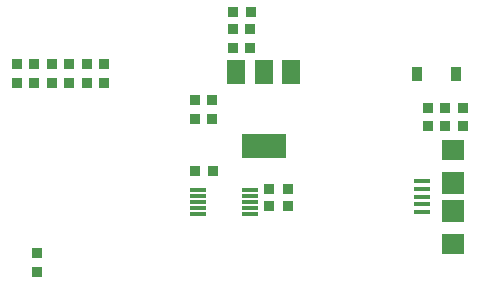
<source format=gbp>
%TF.GenerationSoftware,KiCad,Pcbnew,(5.99.0-8442-g3b424d3868)*%
%TF.CreationDate,2021-01-17T12:52:20+01:00*%
%TF.ProjectId,WiFi-Addon,57694669-2d41-4646-946f-6e2e6b696361,rev?*%
%TF.SameCoordinates,PX160b110PY9be08a8*%
%TF.FileFunction,Paste,Bot*%
%TF.FilePolarity,Positive*%
%FSLAX46Y46*%
G04 Gerber Fmt 4.6, Leading zero omitted, Abs format (unit mm)*
G04 Created by KiCad (PCBNEW (5.99.0-8442-g3b424d3868)) date 2021-01-17 12:52:20*
%MOMM*%
%LPD*%
G01*
G04 APERTURE LIST*
%ADD10R,0.950000X0.875000*%
%ADD11R,0.875000X0.950000*%
%ADD12R,1.400000X0.300000*%
%ADD13R,0.900000X1.200000*%
%ADD14R,1.350000X0.400000*%
%ADD15R,1.900000X1.900000*%
%ADD16R,1.900000X1.800000*%
%ADD17R,1.500000X2.000000*%
%ADD18R,3.800000X2.000000*%
G04 APERTURE END LIST*
D10*
X11416000Y43486500D03*
X11416000Y41911500D03*
X17146000Y59516500D03*
X17146000Y57941500D03*
X14176000Y57951500D03*
X14176000Y59526500D03*
X29496000Y60891500D03*
X29496000Y62466500D03*
D11*
X29573500Y63919000D03*
X27998500Y63919000D03*
D12*
X29446000Y48819000D03*
X29446000Y48319000D03*
X29446000Y47819000D03*
X29446000Y47319000D03*
X29446000Y46819000D03*
X25046000Y46819000D03*
X25046000Y47319000D03*
X25046000Y47819000D03*
X25046000Y48319000D03*
X25046000Y48819000D03*
D10*
X44536000Y54241500D03*
X44536000Y55816500D03*
X9756000Y57951500D03*
X9756000Y59526500D03*
X28016000Y60891500D03*
X28016000Y62466500D03*
D11*
X32673500Y48939000D03*
X31098500Y48939000D03*
D13*
X43646000Y58699000D03*
X46946000Y58699000D03*
D14*
X44001800Y49584400D03*
X44001800Y48934400D03*
X44001800Y48284400D03*
X44001800Y47634400D03*
X44001800Y46984400D03*
D15*
X46676800Y49484400D03*
D16*
X46676800Y52284400D03*
X46676800Y44284400D03*
D15*
X46676800Y47084400D03*
D11*
X32673500Y47469000D03*
X31098500Y47469000D03*
D10*
X15646000Y57951500D03*
X15646000Y59526500D03*
D11*
X47553500Y54289000D03*
X45978500Y54289000D03*
D10*
X24786000Y54911500D03*
X24786000Y56486500D03*
D11*
X26363500Y50449000D03*
X24788500Y50449000D03*
D10*
X11226000Y57951500D03*
X11226000Y59526500D03*
X12696000Y57951500D03*
X12696000Y59526500D03*
D11*
X47553500Y55769000D03*
X45978500Y55769000D03*
D10*
X26286000Y54911500D03*
X26286000Y56486500D03*
D17*
X28326000Y58859000D03*
D18*
X30626000Y52559000D03*
D17*
X30626000Y58859000D03*
X32926000Y58859000D03*
M02*

</source>
